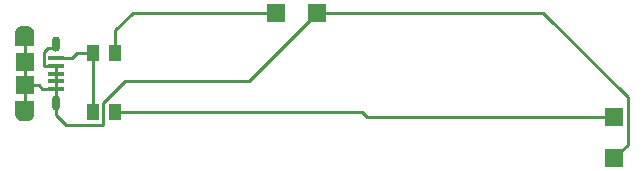
<source format=gtl>
G04*
G04 #@! TF.GenerationSoftware,Altium Limited,Altium Designer,21.4.1 (30)*
G04*
G04 Layer_Physical_Order=1*
G04 Layer_Color=255*
%FSLAX25Y25*%
%MOIN*%
G70*
G04*
G04 #@! TF.SameCoordinates,33F1FE42-B6F4-420A-9065-0E2226A42BD6*
G04*
G04*
G04 #@! TF.FilePolarity,Positive*
G04*
G01*
G75*
%ADD14C,0.01000*%
%ADD22R,0.06102X0.05906*%
%ADD23R,0.05315X0.01575*%
%ADD24R,0.04000X0.05500*%
%ADD25R,0.05906X0.05906*%
%ADD26R,0.05906X0.05906*%
%ADD27O,0.06102X0.03051*%
%ADD28O,0.02559X0.05118*%
G36*
X8429Y41720D02*
X14551D01*
Y37005D01*
X13764D01*
X13762Y37052D01*
X13758Y37103D01*
X13752Y37154D01*
X13742Y37204D01*
X13730Y37254D01*
X13716Y37303D01*
X13699Y37352D01*
X13679Y37399D01*
X13657Y37445D01*
X13633Y37490D01*
X13606Y37534D01*
X13577Y37576D01*
X13545Y37617D01*
X13512Y37656D01*
X13477Y37693D01*
X13440Y37728D01*
X13401Y37762D01*
X13360Y37793D01*
X13318Y37822D01*
X13274Y37849D01*
X13229Y37873D01*
X13183Y37895D01*
X13135Y37915D01*
X13087Y37932D01*
X13038Y37947D01*
X12988Y37958D01*
X12938Y37968D01*
X12887Y37975D01*
X12836Y37979D01*
X12779Y37980D01*
X12740D01*
X10260D01*
X10221D01*
X10169Y37979D01*
X10118Y37975D01*
X10067Y37968D01*
X10016Y37958D01*
X9966Y37946D01*
X9916Y37932D01*
X9868Y37914D01*
X9820Y37895D01*
X9774Y37873D01*
X9728Y37848D01*
X9684Y37821D01*
X9642Y37792D01*
X9601Y37760D01*
X9562Y37727D01*
X9525Y37692D01*
X9489Y37654D01*
X9456Y37615D01*
X9424Y37574D01*
X9395Y37532D01*
X9368Y37488D01*
X9343Y37442D01*
X9321Y37396D01*
X9302Y37348D01*
X9284Y37300D01*
X9270Y37250D01*
X9258Y37200D01*
X9248Y37150D01*
X9242Y37099D01*
X9238Y37047D01*
X9236Y36996D01*
X9238Y36944D01*
X9242Y36893D01*
X9248Y36842D01*
X9258Y36791D01*
X9270Y36741D01*
X9284Y36691D01*
X9302Y36643D01*
X9321Y36595D01*
X9343Y36549D01*
X9368Y36503D01*
X9395Y36459D01*
X9424Y36417D01*
X9456Y36376D01*
X9489Y36337D01*
X9525Y36300D01*
X9562Y36264D01*
X9601Y36231D01*
X9642Y36199D01*
X9684Y36170D01*
X9728Y36143D01*
X9774Y36119D01*
X9820Y36096D01*
X9868Y36077D01*
X9916Y36059D01*
X9966Y36045D01*
X10016Y36033D01*
X10067Y36024D01*
X10118Y36017D01*
X10169Y36013D01*
X10221Y36011D01*
X12779D01*
X12836Y36013D01*
X12887Y36017D01*
X12938Y36023D01*
X12988Y36033D01*
X13038Y36045D01*
X13087Y36059D01*
X13135Y36076D01*
X13183Y36096D01*
X13229Y36118D01*
X13274Y36143D01*
X13318Y36169D01*
X13360Y36198D01*
X13401Y36230D01*
X13440Y36263D01*
X13477Y36298D01*
X13512Y36335D01*
X13545Y36374D01*
X13577Y36415D01*
X13606Y36457D01*
X13633Y36501D01*
X13657Y36546D01*
X13679Y36592D01*
X13699Y36640D01*
X13716Y36688D01*
X13730Y36737D01*
X13742Y36787D01*
X13752Y36838D01*
X13758Y36888D01*
X13762Y36939D01*
X13764Y36986D01*
X14551D01*
X14548Y36888D01*
X14540Y36785D01*
X14527Y36683D01*
X14508Y36582D01*
X14484Y36482D01*
X14455Y36384D01*
X14421Y36287D01*
X14381Y36192D01*
X14337Y36099D01*
X14288Y36009D01*
X14234Y35921D01*
X14176Y35836D01*
X14114Y35755D01*
X14047Y35677D01*
X13976Y35602D01*
X13902Y35531D01*
X13823Y35465D01*
X13742Y35402D01*
X13657Y35344D01*
X13569Y35290D01*
X13479Y35241D01*
X13386Y35197D01*
X13291Y35157D01*
X13194Y35123D01*
X13096Y35094D01*
X12996Y35070D01*
X12895Y35051D01*
X12793Y35038D01*
X12690Y35030D01*
X12583Y35027D01*
X10417D01*
X10314Y35030D01*
X10212Y35038D01*
X10109Y35051D01*
X10008Y35070D01*
X9908Y35094D01*
X9809Y35123D01*
X9712Y35158D01*
X9617Y35197D01*
X9524Y35242D01*
X9433Y35291D01*
X9345Y35345D01*
X9260Y35403D01*
X9178Y35466D01*
X9100Y35533D01*
X9025Y35604D01*
X8954Y35678D01*
X8888Y35757D01*
X8825Y35838D01*
X8766Y35923D01*
X8713Y36011D01*
X8663Y36102D01*
X8619Y36195D01*
X8580Y36290D01*
X8545Y36387D01*
X8516Y36486D01*
X8492Y36586D01*
X8473Y36688D01*
X8460Y36790D01*
X8451Y36893D01*
X8449Y36996D01*
Y41700D01*
X8429D01*
Y41720D01*
D01*
D02*
G37*
G36*
X14571Y59830D02*
X8449D01*
Y64545D01*
X9236D01*
X9238Y64499D01*
X9242Y64447D01*
X9248Y64397D01*
X9258Y64346D01*
X9270Y64296D01*
X9284Y64247D01*
X9301Y64199D01*
X9321Y64151D01*
X9343Y64105D01*
X9367Y64060D01*
X9394Y64016D01*
X9423Y63974D01*
X9454Y63933D01*
X9488Y63894D01*
X9523Y63857D01*
X9560Y63822D01*
X9599Y63789D01*
X9640Y63757D01*
X9682Y63728D01*
X9726Y63702D01*
X9771Y63677D01*
X9817Y63655D01*
X9865Y63635D01*
X9913Y63618D01*
X9962Y63604D01*
X10012Y63592D01*
X10062Y63582D01*
X10113Y63576D01*
X10164Y63572D01*
X10221Y63570D01*
X10260D01*
X12740D01*
X12779D01*
X12831Y63572D01*
X12882Y63576D01*
X12934Y63582D01*
X12984Y63592D01*
X13034Y63604D01*
X13084Y63619D01*
X13132Y63636D01*
X13180Y63656D01*
X13226Y63678D01*
X13272Y63702D01*
X13316Y63729D01*
X13358Y63758D01*
X13399Y63790D01*
X13438Y63823D01*
X13476Y63859D01*
X13511Y63896D01*
X13544Y63935D01*
X13576Y63976D01*
X13605Y64019D01*
X13632Y64062D01*
X13656Y64108D01*
X13679Y64154D01*
X13698Y64202D01*
X13716Y64250D01*
X13730Y64300D01*
X13742Y64350D01*
X13752Y64401D01*
X13758Y64452D01*
X13762Y64503D01*
X13764Y64555D01*
X13762Y64606D01*
X13758Y64657D01*
X13752Y64709D01*
X13742Y64759D01*
X13730Y64809D01*
X13716Y64859D01*
X13698Y64907D01*
X13679Y64955D01*
X13656Y65001D01*
X13632Y65047D01*
X13605Y65091D01*
X13576Y65133D01*
X13544Y65174D01*
X13511Y65213D01*
X13476Y65251D01*
X13438Y65286D01*
X13399Y65320D01*
X13358Y65351D01*
X13316Y65380D01*
X13272Y65407D01*
X13226Y65432D01*
X13180Y65454D01*
X13132Y65474D01*
X13084Y65491D01*
X13034Y65505D01*
X12984Y65517D01*
X12934Y65527D01*
X12882Y65534D01*
X12831Y65538D01*
X12779Y65539D01*
X10221D01*
X10164Y65538D01*
X10113Y65534D01*
X10062Y65527D01*
X10012Y65517D01*
X9962Y65506D01*
X9913Y65491D01*
X9865Y65474D01*
X9817Y65454D01*
X9771Y65432D01*
X9726Y65408D01*
X9682Y65381D01*
X9640Y65352D01*
X9599Y65321D01*
X9560Y65287D01*
X9523Y65252D01*
X9488Y65215D01*
X9454Y65176D01*
X9423Y65135D01*
X9394Y65093D01*
X9367Y65049D01*
X9343Y65004D01*
X9321Y64958D01*
X9301Y64911D01*
X9284Y64862D01*
X9270Y64813D01*
X9258Y64763D01*
X9248Y64713D01*
X9242Y64662D01*
X9238Y64611D01*
X9236Y64565D01*
X8449D01*
X8451Y64662D01*
X8460Y64765D01*
X8473Y64867D01*
X8492Y64968D01*
X8516Y65068D01*
X8545Y65166D01*
X8579Y65263D01*
X8619Y65358D01*
X8663Y65451D01*
X8712Y65541D01*
X8766Y65629D01*
X8824Y65714D01*
X8886Y65795D01*
X8953Y65873D01*
X9024Y65948D01*
X9099Y66019D01*
X9177Y66086D01*
X9258Y66148D01*
X9343Y66206D01*
X9431Y66260D01*
X9521Y66309D01*
X9614Y66353D01*
X9709Y66393D01*
X9806Y66427D01*
X9904Y66456D01*
X10004Y66480D01*
X10105Y66499D01*
X10207Y66512D01*
X10310Y66521D01*
X10417Y66523D01*
X12583D01*
X12686Y66520D01*
X12788Y66512D01*
X12891Y66499D01*
X12992Y66480D01*
X13092Y66456D01*
X13191Y66427D01*
X13288Y66392D01*
X13383Y66353D01*
X13476Y66309D01*
X13567Y66259D01*
X13655Y66206D01*
X13740Y66147D01*
X13822Y66084D01*
X13900Y66018D01*
X13975Y65947D01*
X14046Y65872D01*
X14112Y65794D01*
X14175Y65712D01*
X14234Y65627D01*
X14288Y65539D01*
X14337Y65448D01*
X14381Y65355D01*
X14420Y65260D01*
X14455Y65163D01*
X14484Y65064D01*
X14508Y64964D01*
X14527Y64863D01*
X14540Y64760D01*
X14548Y64658D01*
X14551Y64555D01*
Y59850D01*
X14571D01*
Y59830D01*
D01*
D02*
G37*
D14*
X19200Y59300D02*
X22130D01*
X41700Y57500D02*
Y65200D01*
X47500Y71000D01*
X95220D01*
X208000Y22610D02*
X212500Y27110D01*
Y42900D01*
X184400Y71000D02*
X212500Y42900D01*
X109000Y71000D02*
X184400D01*
X125610Y36390D02*
X208000D01*
X124000Y38000D02*
X125610Y36390D01*
X41700Y38000D02*
X124000D01*
X22130Y37000D02*
Y40933D01*
Y37000D02*
X25430Y33700D01*
X37800D01*
Y41000D01*
X45100Y48300D01*
X86300D01*
X109000Y71000D01*
X22130Y59300D02*
Y60618D01*
X17900Y58000D02*
X19200Y59300D01*
X17900Y53334D02*
Y58000D01*
Y53334D02*
X22130D01*
Y40933D02*
Y45657D01*
Y48216D01*
Y50775D01*
Y53334D01*
X17381Y45657D02*
X22130D01*
X16200Y46838D02*
X17381Y45657D01*
X11500Y46838D02*
X16200D01*
X11500Y36996D02*
Y46838D01*
Y54712D01*
Y64555D01*
X34300Y38000D02*
Y57500D01*
X29007D02*
X34300D01*
X27400Y55893D02*
X29007Y57500D01*
X22130Y55893D02*
X27400D01*
D22*
X11500Y46838D02*
D03*
Y54712D02*
D03*
D23*
X22130Y45657D02*
D03*
Y48216D02*
D03*
Y50775D02*
D03*
Y53334D02*
D03*
Y55893D02*
D03*
D24*
X41700Y38000D02*
D03*
X34300D02*
D03*
X41700Y57500D02*
D03*
X34300D02*
D03*
D25*
X208000Y36390D02*
D03*
Y22610D02*
D03*
D26*
X95220Y71000D02*
D03*
X109000D02*
D03*
D27*
X11500Y36996D02*
D03*
Y64555D02*
D03*
D28*
X22130Y40933D02*
D03*
Y60618D02*
D03*
M02*

</source>
